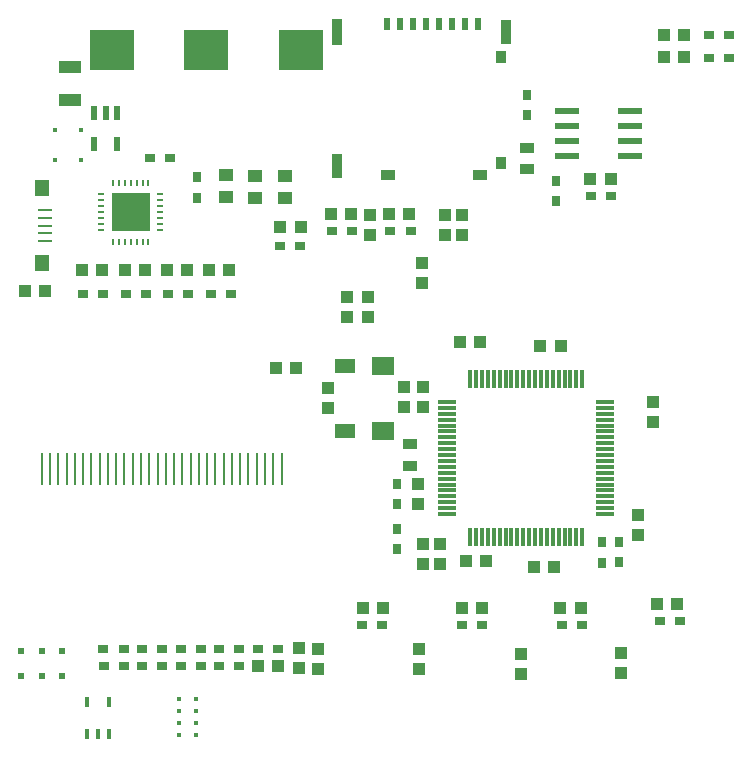
<source format=gbr>
%TF.GenerationSoftware,Novarm,DipTrace,3.2.0.1*%
%TF.CreationDate,2018-09-17T07:16:24-08:00*%
%FSLAX26Y26*%
%MOIN*%
%TF.FileFunction,Paste,Top*%
%TF.Part,Single*%
%AMOUTLINE0*
4,1,4,
-0.035433,0.019685,
-0.035433,-0.019685,
0.035433,-0.019685,
0.035433,0.019685,
-0.035433,0.019685,
0*%
%AMOUTLINE2*
4,1,4,
-0.023622,0.015748,
-0.023622,-0.015748,
0.023622,-0.015748,
0.023622,0.015748,
-0.023622,0.015748,
0*%
%AMOUTLINE3*
4,1,4,
-0.010827,-0.023622,
0.010827,-0.023622,
0.010827,0.023622,
-0.010827,0.023622,
-0.010827,-0.023622,
0*%
%ADD26R,0.03937X0.043307*%
%ADD27R,0.043307X0.03937*%
%ADD50R,0.062992X0.011811*%
%ADD51R,0.011811X0.062992*%
%ADD64R,0.07874X0.023622*%
%ADD66R,0.074803X0.059055*%
%ADD81R,0.066803X0.051055*%
%ADD89R,0.011685X0.003811*%
%ADD91R,0.003811X0.011685*%
%ADD93R,0.015622X0.035307*%
%ADD95R,0.007748X0.11011*%
%ADD97R,0.129795X0.129795*%
%ADD99O,0.003811X0.025465*%
%ADD101O,0.025465X0.003811*%
%ADD107R,0.021528X0.021528*%
%ADD111R,0.037669X0.041213*%
%ADD113R,0.037669X0.039244*%
%ADD115R,0.051055X0.037276*%
%ADD117R,0.037276X0.078614*%
%ADD119R,0.037276X0.090425*%
%ADD121R,0.023496X0.040819*%
%ADD125R,0.047118X0.054992*%
%ADD127R,0.04515X0.007748*%
%ADD133R,0.015622X0.015622*%
%ADD135R,0.051055X0.043181*%
%ADD137R,0.035307X0.03137*%
%ADD139R,0.03137X0.035307*%
%ADD141R,0.14948X0.133732*%
%ADD146OUTLINE0*%
%ADD148OUTLINE2*%
%ADD149OUTLINE3*%
G75*
G01*
%LPD*%
D141*
X1406202Y2734324D3*
X1091242D3*
X776281D3*
D26*
X1796824Y1287450D3*
Y1220521D3*
X1749809Y1543843D3*
Y1610772D3*
X1497617Y1541625D3*
Y1608554D3*
D139*
X1728075Y1221827D3*
Y1288756D3*
D26*
X1815427Y1543843D3*
Y1610772D3*
D139*
X1728075Y1137450D3*
Y1070521D3*
D27*
X2006032Y1762570D3*
X1939103D3*
X1956365Y1031257D3*
X2023294D3*
D26*
X2531200Y1118696D3*
Y1185625D3*
D27*
X2249756Y1012649D3*
X2182827D3*
D26*
X2580971Y1493848D3*
Y1560777D3*
D135*
X1156201Y2318701D3*
Y2243898D3*
D27*
X2206011Y1750071D3*
X2272940D3*
D139*
X1062452Y2310630D3*
Y2243701D3*
D135*
X1252987Y2315448D3*
Y2240645D3*
X1352978Y2315448D3*
Y2240645D3*
D137*
X749316Y737225D3*
X816246D3*
X878080D3*
X945009D3*
X1135607D3*
X1202536D3*
X1264370D3*
X1331299D3*
D139*
X2162265Y2518740D3*
Y2585670D3*
D137*
X816625Y680526D3*
X749696D3*
D26*
X1399950Y676772D3*
Y743701D3*
D27*
X1331299Y680969D3*
X1264370D3*
D26*
X1812302Y2025042D3*
Y1958113D3*
D137*
X1135692Y681201D3*
X1202621D3*
X1007110D3*
X1074040D3*
D133*
X676013Y2468746D3*
X589399D3*
X676013Y2368756D3*
X589399D3*
D146*
X637425Y2568735D3*
Y2678971D3*
D127*
X554235Y2201133D3*
Y2175542D3*
Y2149952D3*
Y2124361D3*
Y2098771D3*
D125*
X545377Y2275936D3*
Y2023967D3*
D121*
X1695110Y2820899D3*
X1738418D3*
X1781725D3*
X1825032D3*
X1868339D3*
X1911646D3*
X1954953D3*
X1998260D3*
D119*
X1528181Y2796109D3*
D117*
Y2350046D3*
D115*
X1697473Y2318550D3*
X2003772D3*
D113*
X2075032Y2357132D3*
D111*
Y2711462D3*
D117*
X2090780Y2796109D3*
D148*
X1771974Y1350042D3*
Y1420908D3*
X2162265Y2337509D3*
Y2408376D3*
D137*
X1106126Y1921928D3*
X1173055D3*
X965516D3*
X1032445D3*
X1337709Y2083452D3*
X1404638D3*
X824906Y1921928D3*
X891835D3*
X681171D3*
X748100D3*
X2605709Y831201D3*
X2672638D3*
X2278625Y818701D3*
X2345554D3*
X1945293D3*
X2012222D3*
X1611960D3*
X1678889D3*
X1705870Y2131374D3*
X1772799D3*
X1512100D3*
X1579029D3*
X2374743Y2250019D3*
X2441672D3*
X2768208Y2709334D3*
X2835137D3*
X2768208Y2784334D3*
X2835137D3*
D26*
X1631201Y1912452D3*
Y1845523D3*
D27*
X1339378Y2143874D3*
X1406307D3*
X1324853Y1675079D3*
X1391782D3*
X487441Y1931302D3*
X554370D3*
D26*
X1887625Y2118873D3*
Y2185802D3*
D139*
X2468483Y1094076D3*
Y1027147D3*
D27*
X821781Y2003170D3*
X888710D3*
X678046D3*
X744975D3*
D137*
X903929Y2375912D3*
X970858D3*
D27*
X1099877Y2003170D3*
X1166806D3*
D139*
X2412239Y1093890D3*
Y1026961D3*
D26*
X1562452Y1912452D3*
Y1845523D3*
D27*
X962391Y2003170D3*
X1029320D3*
X2662452Y887449D3*
X2595523D3*
X2339488Y874949D3*
X2272559D3*
X2012450Y874950D3*
X1945521D3*
X1681066Y874949D3*
X1614137D3*
X1701771Y2187452D3*
X1768700D3*
D26*
X1637450Y2118701D3*
Y2185630D3*
D27*
X1506198Y2187452D3*
X1573128D3*
D26*
X1943538Y2118782D3*
Y2185711D3*
D27*
X2372525Y2304045D3*
X2439454D3*
D26*
X1464774Y739696D3*
Y672767D3*
D137*
X1073772Y737225D3*
X1006843D3*
D26*
X1802310Y739696D3*
Y672767D3*
X2141673Y720944D3*
Y654015D3*
X2475170Y724983D3*
Y658054D3*
X1871067Y1089463D3*
Y1022534D3*
X1814811Y1089463D3*
Y1022534D3*
D27*
X2618467Y2712470D3*
X2685397D3*
X2616250Y2785244D3*
X2683179D3*
D137*
X878530Y681201D3*
X945460D3*
D139*
X2256201Y2233023D3*
Y2299952D3*
D107*
X474952Y731201D3*
X543701D3*
X612428Y731428D3*
X474942Y650187D3*
X543685D3*
X612428D3*
D50*
X1894685Y1562450D3*
Y1542765D3*
Y1523080D3*
Y1503395D3*
Y1483710D3*
Y1464025D3*
Y1444340D3*
Y1424655D3*
Y1404970D3*
Y1385285D3*
Y1365600D3*
Y1345915D3*
Y1326230D3*
Y1306545D3*
Y1286860D3*
Y1267175D3*
Y1247490D3*
Y1227805D3*
Y1208120D3*
Y1188435D3*
D51*
X1971457Y1111663D3*
X1991142D3*
X2010827D3*
X2030512D3*
X2050197D3*
X2069882D3*
X2089567D3*
X2109252D3*
X2128937D3*
X2148622D3*
X2168307D3*
X2187992D3*
X2207677D3*
X2227362D3*
X2247047D3*
X2266732D3*
X2286418D3*
X2306103D3*
X2325788D3*
X2345473D3*
D50*
X2422244Y1188435D3*
Y1208120D3*
Y1227805D3*
Y1247490D3*
Y1267175D3*
Y1286860D3*
Y1306545D3*
Y1326230D3*
Y1345915D3*
Y1365600D3*
Y1385285D3*
Y1404970D3*
Y1424655D3*
Y1444340D3*
Y1464025D3*
Y1483710D3*
Y1503395D3*
Y1523080D3*
Y1542765D3*
Y1562450D3*
D51*
X2345473Y1639222D3*
X2325788D3*
X2306103D3*
X2286418D3*
X2266732D3*
X2247047D3*
X2227362D3*
X2207677D3*
X2187992D3*
X2168307D3*
X2148622D3*
X2128937D3*
X2109252D3*
X2089567D3*
X2069882D3*
X2050197D3*
X2030512D3*
X2010827D3*
X1991142D3*
X1971457D3*
D149*
X793701Y2524949D3*
X756299D3*
X718898D3*
Y2422579D3*
X793701D3*
D101*
X741831Y2254307D3*
Y2234622D3*
Y2214937D3*
Y2195252D3*
Y2175567D3*
Y2155882D3*
Y2136197D3*
D99*
X781201Y2096827D3*
X800886D3*
X820571D3*
X840256D3*
X859941D3*
X879626D3*
X899311D3*
D101*
X938681Y2136197D3*
Y2155882D3*
Y2175567D3*
Y2195252D3*
Y2214937D3*
Y2234622D3*
Y2254307D3*
D99*
X899311Y2293677D3*
X879626D3*
X859941D3*
X840256D3*
X820571D3*
X800886D3*
X781201D3*
D97*
X840256Y2195252D3*
D95*
X543701Y1337453D3*
X571260D3*
X598819D3*
X626378D3*
X653937D3*
X681496D3*
X709055D3*
X736614D3*
X764173D3*
X791732D3*
X819292D3*
X846851D3*
X874410D3*
X901969D3*
X929528D3*
X957087D3*
X984646D3*
X1012205D3*
X1039764D3*
X1067323D3*
X1094882D3*
X1122441D3*
X1150000D3*
X1177559D3*
X1205118D3*
X1232677D3*
X1260236D3*
X1287795D3*
X1315355D3*
X1342914D3*
D93*
X693670Y456457D3*
X731071D3*
X768473D3*
Y562756D3*
X693670D3*
D91*
X1299950Y593701D3*
X1280265D3*
X1260580D3*
X1240895D3*
X1221210D3*
D89*
X1211368Y564173D3*
Y544488D3*
Y524803D3*
D91*
X1240895Y495276D3*
X1260580D3*
X1280265D3*
X1299950D3*
D89*
X1309793Y524803D3*
Y544488D3*
Y564173D3*
D91*
X1221210Y495276D3*
D64*
X2293502Y2531239D3*
Y2481239D3*
Y2431239D3*
Y2381239D3*
X2506100D3*
Y2431239D3*
Y2481239D3*
Y2531239D3*
D133*
X1002314Y453078D3*
X1057432D3*
Y492841D3*
X1002314D3*
Y532605D3*
X1057432D3*
Y572369D3*
X1002314D3*
D66*
X1681066Y1465726D3*
Y1682261D3*
D81*
X1555082D3*
Y1465726D3*
M02*

</source>
